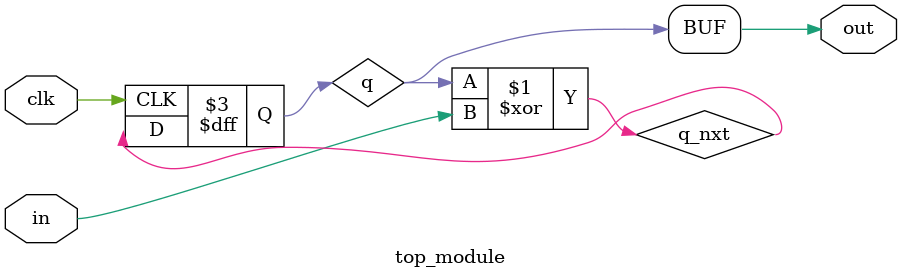
<source format=v>
module top_module (
    input clk,
    input in, 
    output out
);

reg q;
wire q_nxt = q ^ in;
always @(posedge clk) q <= q_nxt;
assign out = q;

endmodule
</source>
